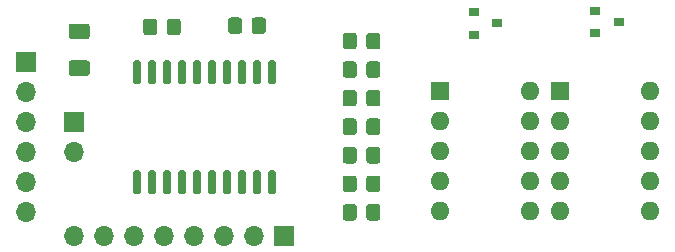
<source format=gbr>
%TF.GenerationSoftware,KiCad,Pcbnew,5.1.9-73d0e3b20d~88~ubuntu20.04.1*%
%TF.CreationDate,2021-03-07T16:38:01-05:00*%
%TF.ProjectId,hexdisplay8,68657864-6973-4706-9c61-79382e6b6963,rev?*%
%TF.SameCoordinates,Original*%
%TF.FileFunction,Soldermask,Top*%
%TF.FilePolarity,Negative*%
%FSLAX46Y46*%
G04 Gerber Fmt 4.6, Leading zero omitted, Abs format (unit mm)*
G04 Created by KiCad (PCBNEW 5.1.9-73d0e3b20d~88~ubuntu20.04.1) date 2021-03-07 16:38:01*
%MOMM*%
%LPD*%
G01*
G04 APERTURE LIST*
%ADD10O,1.600000X1.600000*%
%ADD11R,1.600000X1.600000*%
%ADD12R,1.700000X1.700000*%
%ADD13O,1.700000X1.700000*%
%ADD14R,0.900000X0.800000*%
G04 APERTURE END LIST*
%TO.C,C1*%
G36*
G01*
X143350001Y-106462500D02*
X142049999Y-106462500D01*
G75*
G02*
X141800000Y-106212501I0J249999D01*
G01*
X141800000Y-105387499D01*
G75*
G02*
X142049999Y-105137500I249999J0D01*
G01*
X143350001Y-105137500D01*
G75*
G02*
X143600000Y-105387499I0J-249999D01*
G01*
X143600000Y-106212501D01*
G75*
G02*
X143350001Y-106462500I-249999J0D01*
G01*
G37*
G36*
G01*
X143350001Y-103337500D02*
X142049999Y-103337500D01*
G75*
G02*
X141800000Y-103087501I0J249999D01*
G01*
X141800000Y-102262499D01*
G75*
G02*
X142049999Y-102012500I249999J0D01*
G01*
X143350001Y-102012500D01*
G75*
G02*
X143600000Y-102262499I0J-249999D01*
G01*
X143600000Y-103087501D01*
G75*
G02*
X143350001Y-103337500I-249999J0D01*
G01*
G37*
%TD*%
D10*
%TO.C,J1*%
X180820000Y-107700000D03*
X173200000Y-117860000D03*
X180820000Y-110240000D03*
X173200000Y-115320000D03*
X180820000Y-112780000D03*
X173200000Y-112780000D03*
X180820000Y-115320000D03*
X173200000Y-110240000D03*
X180820000Y-117860000D03*
D11*
X173200000Y-107700000D03*
%TD*%
%TO.C,J2*%
X183360000Y-107700000D03*
D10*
X190980000Y-117860000D03*
X183360000Y-110240000D03*
X190980000Y-115320000D03*
X183360000Y-112780000D03*
X190980000Y-112780000D03*
X183360000Y-115320000D03*
X190980000Y-110240000D03*
X183360000Y-117860000D03*
X190980000Y-107700000D03*
%TD*%
D12*
%TO.C,J3*%
X142220000Y-110360000D03*
D13*
X142220000Y-112900000D03*
%TD*%
D12*
%TO.C,J4*%
X160000000Y-120000000D03*
D13*
X157460000Y-120000000D03*
X154920000Y-120000000D03*
X152380000Y-120000000D03*
X149840000Y-120000000D03*
X147300000Y-120000000D03*
X144760000Y-120000000D03*
X142220000Y-120000000D03*
%TD*%
D12*
%TO.C,J5*%
X138200000Y-105280000D03*
D13*
X138200000Y-107820000D03*
X138200000Y-110360000D03*
X138200000Y-112900000D03*
X138200000Y-115440000D03*
X138200000Y-117980000D03*
%TD*%
D14*
%TO.C,Q1*%
X186400000Y-100950000D03*
X186400000Y-102850000D03*
X188400000Y-101900000D03*
%TD*%
%TO.C,Q2*%
X178100000Y-102000000D03*
X176100000Y-102950000D03*
X176100000Y-101050000D03*
%TD*%
%TO.C,R1*%
G36*
G01*
X168200000Y-103049999D02*
X168200000Y-103950001D01*
G75*
G02*
X167950001Y-104200000I-249999J0D01*
G01*
X167249999Y-104200000D01*
G75*
G02*
X167000000Y-103950001I0J249999D01*
G01*
X167000000Y-103049999D01*
G75*
G02*
X167249999Y-102800000I249999J0D01*
G01*
X167950001Y-102800000D01*
G75*
G02*
X168200000Y-103049999I0J-249999D01*
G01*
G37*
G36*
G01*
X166200000Y-103049999D02*
X166200000Y-103950001D01*
G75*
G02*
X165950001Y-104200000I-249999J0D01*
G01*
X165249999Y-104200000D01*
G75*
G02*
X165000000Y-103950001I0J249999D01*
G01*
X165000000Y-103049999D01*
G75*
G02*
X165249999Y-102800000I249999J0D01*
G01*
X165950001Y-102800000D01*
G75*
G02*
X166200000Y-103049999I0J-249999D01*
G01*
G37*
%TD*%
%TO.C,R2*%
G36*
G01*
X166200000Y-105466665D02*
X166200000Y-106366667D01*
G75*
G02*
X165950001Y-106616666I-249999J0D01*
G01*
X165249999Y-106616666D01*
G75*
G02*
X165000000Y-106366667I0J249999D01*
G01*
X165000000Y-105466665D01*
G75*
G02*
X165249999Y-105216666I249999J0D01*
G01*
X165950001Y-105216666D01*
G75*
G02*
X166200000Y-105466665I0J-249999D01*
G01*
G37*
G36*
G01*
X168200000Y-105466665D02*
X168200000Y-106366667D01*
G75*
G02*
X167950001Y-106616666I-249999J0D01*
G01*
X167249999Y-106616666D01*
G75*
G02*
X167000000Y-106366667I0J249999D01*
G01*
X167000000Y-105466665D01*
G75*
G02*
X167249999Y-105216666I249999J0D01*
G01*
X167950001Y-105216666D01*
G75*
G02*
X168200000Y-105466665I0J-249999D01*
G01*
G37*
%TD*%
%TO.C,R3*%
G36*
G01*
X168200000Y-107883331D02*
X168200000Y-108783333D01*
G75*
G02*
X167950001Y-109033332I-249999J0D01*
G01*
X167249999Y-109033332D01*
G75*
G02*
X167000000Y-108783333I0J249999D01*
G01*
X167000000Y-107883331D01*
G75*
G02*
X167249999Y-107633332I249999J0D01*
G01*
X167950001Y-107633332D01*
G75*
G02*
X168200000Y-107883331I0J-249999D01*
G01*
G37*
G36*
G01*
X166200000Y-107883331D02*
X166200000Y-108783333D01*
G75*
G02*
X165950001Y-109033332I-249999J0D01*
G01*
X165249999Y-109033332D01*
G75*
G02*
X165000000Y-108783333I0J249999D01*
G01*
X165000000Y-107883331D01*
G75*
G02*
X165249999Y-107633332I249999J0D01*
G01*
X165950001Y-107633332D01*
G75*
G02*
X166200000Y-107883331I0J-249999D01*
G01*
G37*
%TD*%
%TO.C,R4*%
G36*
G01*
X166200000Y-110299997D02*
X166200000Y-111199999D01*
G75*
G02*
X165950001Y-111449998I-249999J0D01*
G01*
X165249999Y-111449998D01*
G75*
G02*
X165000000Y-111199999I0J249999D01*
G01*
X165000000Y-110299997D01*
G75*
G02*
X165249999Y-110049998I249999J0D01*
G01*
X165950001Y-110049998D01*
G75*
G02*
X166200000Y-110299997I0J-249999D01*
G01*
G37*
G36*
G01*
X168200000Y-110299997D02*
X168200000Y-111199999D01*
G75*
G02*
X167950001Y-111449998I-249999J0D01*
G01*
X167249999Y-111449998D01*
G75*
G02*
X167000000Y-111199999I0J249999D01*
G01*
X167000000Y-110299997D01*
G75*
G02*
X167249999Y-110049998I249999J0D01*
G01*
X167950001Y-110049998D01*
G75*
G02*
X168200000Y-110299997I0J-249999D01*
G01*
G37*
%TD*%
%TO.C,R5*%
G36*
G01*
X168200000Y-112716663D02*
X168200000Y-113616665D01*
G75*
G02*
X167950001Y-113866664I-249999J0D01*
G01*
X167249999Y-113866664D01*
G75*
G02*
X167000000Y-113616665I0J249999D01*
G01*
X167000000Y-112716663D01*
G75*
G02*
X167249999Y-112466664I249999J0D01*
G01*
X167950001Y-112466664D01*
G75*
G02*
X168200000Y-112716663I0J-249999D01*
G01*
G37*
G36*
G01*
X166200000Y-112716663D02*
X166200000Y-113616665D01*
G75*
G02*
X165950001Y-113866664I-249999J0D01*
G01*
X165249999Y-113866664D01*
G75*
G02*
X165000000Y-113616665I0J249999D01*
G01*
X165000000Y-112716663D01*
G75*
G02*
X165249999Y-112466664I249999J0D01*
G01*
X165950001Y-112466664D01*
G75*
G02*
X166200000Y-112716663I0J-249999D01*
G01*
G37*
%TD*%
%TO.C,R6*%
G36*
G01*
X166200000Y-115133329D02*
X166200000Y-116033331D01*
G75*
G02*
X165950001Y-116283330I-249999J0D01*
G01*
X165249999Y-116283330D01*
G75*
G02*
X165000000Y-116033331I0J249999D01*
G01*
X165000000Y-115133329D01*
G75*
G02*
X165249999Y-114883330I249999J0D01*
G01*
X165950001Y-114883330D01*
G75*
G02*
X166200000Y-115133329I0J-249999D01*
G01*
G37*
G36*
G01*
X168200000Y-115133329D02*
X168200000Y-116033331D01*
G75*
G02*
X167950001Y-116283330I-249999J0D01*
G01*
X167249999Y-116283330D01*
G75*
G02*
X167000000Y-116033331I0J249999D01*
G01*
X167000000Y-115133329D01*
G75*
G02*
X167249999Y-114883330I249999J0D01*
G01*
X167950001Y-114883330D01*
G75*
G02*
X168200000Y-115133329I0J-249999D01*
G01*
G37*
%TD*%
%TO.C,R7*%
G36*
G01*
X168200000Y-117549999D02*
X168200000Y-118450001D01*
G75*
G02*
X167950001Y-118700000I-249999J0D01*
G01*
X167249999Y-118700000D01*
G75*
G02*
X167000000Y-118450001I0J249999D01*
G01*
X167000000Y-117549999D01*
G75*
G02*
X167249999Y-117300000I249999J0D01*
G01*
X167950001Y-117300000D01*
G75*
G02*
X168200000Y-117549999I0J-249999D01*
G01*
G37*
G36*
G01*
X166200000Y-117549999D02*
X166200000Y-118450001D01*
G75*
G02*
X165950001Y-118700000I-249999J0D01*
G01*
X165249999Y-118700000D01*
G75*
G02*
X165000000Y-118450001I0J249999D01*
G01*
X165000000Y-117549999D01*
G75*
G02*
X165249999Y-117300000I249999J0D01*
G01*
X165950001Y-117300000D01*
G75*
G02*
X166200000Y-117549999I0J-249999D01*
G01*
G37*
%TD*%
%TO.C,R8*%
G36*
G01*
X149300000Y-101849999D02*
X149300000Y-102750001D01*
G75*
G02*
X149050001Y-103000000I-249999J0D01*
G01*
X148349999Y-103000000D01*
G75*
G02*
X148100000Y-102750001I0J249999D01*
G01*
X148100000Y-101849999D01*
G75*
G02*
X148349999Y-101600000I249999J0D01*
G01*
X149050001Y-101600000D01*
G75*
G02*
X149300000Y-101849999I0J-249999D01*
G01*
G37*
G36*
G01*
X151300000Y-101849999D02*
X151300000Y-102750001D01*
G75*
G02*
X151050001Y-103000000I-249999J0D01*
G01*
X150349999Y-103000000D01*
G75*
G02*
X150100000Y-102750001I0J249999D01*
G01*
X150100000Y-101849999D01*
G75*
G02*
X150349999Y-101600000I249999J0D01*
G01*
X151050001Y-101600000D01*
G75*
G02*
X151300000Y-101849999I0J-249999D01*
G01*
G37*
%TD*%
%TO.C,R9*%
G36*
G01*
X158500000Y-101749999D02*
X158500000Y-102650001D01*
G75*
G02*
X158250001Y-102900000I-249999J0D01*
G01*
X157549999Y-102900000D01*
G75*
G02*
X157300000Y-102650001I0J249999D01*
G01*
X157300000Y-101749999D01*
G75*
G02*
X157549999Y-101500000I249999J0D01*
G01*
X158250001Y-101500000D01*
G75*
G02*
X158500000Y-101749999I0J-249999D01*
G01*
G37*
G36*
G01*
X156500000Y-101749999D02*
X156500000Y-102650001D01*
G75*
G02*
X156250001Y-102900000I-249999J0D01*
G01*
X155549999Y-102900000D01*
G75*
G02*
X155300000Y-102650001I0J249999D01*
G01*
X155300000Y-101749999D01*
G75*
G02*
X155549999Y-101500000I249999J0D01*
G01*
X156250001Y-101500000D01*
G75*
G02*
X156500000Y-101749999I0J-249999D01*
G01*
G37*
%TD*%
%TO.C,U1*%
G36*
G01*
X147735000Y-116475000D02*
X147435000Y-116475000D01*
G75*
G02*
X147285000Y-116325000I0J150000D01*
G01*
X147285000Y-114575000D01*
G75*
G02*
X147435000Y-114425000I150000J0D01*
G01*
X147735000Y-114425000D01*
G75*
G02*
X147885000Y-114575000I0J-150000D01*
G01*
X147885000Y-116325000D01*
G75*
G02*
X147735000Y-116475000I-150000J0D01*
G01*
G37*
G36*
G01*
X149005000Y-116475000D02*
X148705000Y-116475000D01*
G75*
G02*
X148555000Y-116325000I0J150000D01*
G01*
X148555000Y-114575000D01*
G75*
G02*
X148705000Y-114425000I150000J0D01*
G01*
X149005000Y-114425000D01*
G75*
G02*
X149155000Y-114575000I0J-150000D01*
G01*
X149155000Y-116325000D01*
G75*
G02*
X149005000Y-116475000I-150000J0D01*
G01*
G37*
G36*
G01*
X150275000Y-116475000D02*
X149975000Y-116475000D01*
G75*
G02*
X149825000Y-116325000I0J150000D01*
G01*
X149825000Y-114575000D01*
G75*
G02*
X149975000Y-114425000I150000J0D01*
G01*
X150275000Y-114425000D01*
G75*
G02*
X150425000Y-114575000I0J-150000D01*
G01*
X150425000Y-116325000D01*
G75*
G02*
X150275000Y-116475000I-150000J0D01*
G01*
G37*
G36*
G01*
X151545000Y-116475000D02*
X151245000Y-116475000D01*
G75*
G02*
X151095000Y-116325000I0J150000D01*
G01*
X151095000Y-114575000D01*
G75*
G02*
X151245000Y-114425000I150000J0D01*
G01*
X151545000Y-114425000D01*
G75*
G02*
X151695000Y-114575000I0J-150000D01*
G01*
X151695000Y-116325000D01*
G75*
G02*
X151545000Y-116475000I-150000J0D01*
G01*
G37*
G36*
G01*
X152815000Y-116475000D02*
X152515000Y-116475000D01*
G75*
G02*
X152365000Y-116325000I0J150000D01*
G01*
X152365000Y-114575000D01*
G75*
G02*
X152515000Y-114425000I150000J0D01*
G01*
X152815000Y-114425000D01*
G75*
G02*
X152965000Y-114575000I0J-150000D01*
G01*
X152965000Y-116325000D01*
G75*
G02*
X152815000Y-116475000I-150000J0D01*
G01*
G37*
G36*
G01*
X154085000Y-116475000D02*
X153785000Y-116475000D01*
G75*
G02*
X153635000Y-116325000I0J150000D01*
G01*
X153635000Y-114575000D01*
G75*
G02*
X153785000Y-114425000I150000J0D01*
G01*
X154085000Y-114425000D01*
G75*
G02*
X154235000Y-114575000I0J-150000D01*
G01*
X154235000Y-116325000D01*
G75*
G02*
X154085000Y-116475000I-150000J0D01*
G01*
G37*
G36*
G01*
X155355000Y-116475000D02*
X155055000Y-116475000D01*
G75*
G02*
X154905000Y-116325000I0J150000D01*
G01*
X154905000Y-114575000D01*
G75*
G02*
X155055000Y-114425000I150000J0D01*
G01*
X155355000Y-114425000D01*
G75*
G02*
X155505000Y-114575000I0J-150000D01*
G01*
X155505000Y-116325000D01*
G75*
G02*
X155355000Y-116475000I-150000J0D01*
G01*
G37*
G36*
G01*
X156625000Y-116475000D02*
X156325000Y-116475000D01*
G75*
G02*
X156175000Y-116325000I0J150000D01*
G01*
X156175000Y-114575000D01*
G75*
G02*
X156325000Y-114425000I150000J0D01*
G01*
X156625000Y-114425000D01*
G75*
G02*
X156775000Y-114575000I0J-150000D01*
G01*
X156775000Y-116325000D01*
G75*
G02*
X156625000Y-116475000I-150000J0D01*
G01*
G37*
G36*
G01*
X157895000Y-116475000D02*
X157595000Y-116475000D01*
G75*
G02*
X157445000Y-116325000I0J150000D01*
G01*
X157445000Y-114575000D01*
G75*
G02*
X157595000Y-114425000I150000J0D01*
G01*
X157895000Y-114425000D01*
G75*
G02*
X158045000Y-114575000I0J-150000D01*
G01*
X158045000Y-116325000D01*
G75*
G02*
X157895000Y-116475000I-150000J0D01*
G01*
G37*
G36*
G01*
X159165000Y-116475000D02*
X158865000Y-116475000D01*
G75*
G02*
X158715000Y-116325000I0J150000D01*
G01*
X158715000Y-114575000D01*
G75*
G02*
X158865000Y-114425000I150000J0D01*
G01*
X159165000Y-114425000D01*
G75*
G02*
X159315000Y-114575000I0J-150000D01*
G01*
X159315000Y-116325000D01*
G75*
G02*
X159165000Y-116475000I-150000J0D01*
G01*
G37*
G36*
G01*
X159165000Y-107175000D02*
X158865000Y-107175000D01*
G75*
G02*
X158715000Y-107025000I0J150000D01*
G01*
X158715000Y-105275000D01*
G75*
G02*
X158865000Y-105125000I150000J0D01*
G01*
X159165000Y-105125000D01*
G75*
G02*
X159315000Y-105275000I0J-150000D01*
G01*
X159315000Y-107025000D01*
G75*
G02*
X159165000Y-107175000I-150000J0D01*
G01*
G37*
G36*
G01*
X157895000Y-107175000D02*
X157595000Y-107175000D01*
G75*
G02*
X157445000Y-107025000I0J150000D01*
G01*
X157445000Y-105275000D01*
G75*
G02*
X157595000Y-105125000I150000J0D01*
G01*
X157895000Y-105125000D01*
G75*
G02*
X158045000Y-105275000I0J-150000D01*
G01*
X158045000Y-107025000D01*
G75*
G02*
X157895000Y-107175000I-150000J0D01*
G01*
G37*
G36*
G01*
X156625000Y-107175000D02*
X156325000Y-107175000D01*
G75*
G02*
X156175000Y-107025000I0J150000D01*
G01*
X156175000Y-105275000D01*
G75*
G02*
X156325000Y-105125000I150000J0D01*
G01*
X156625000Y-105125000D01*
G75*
G02*
X156775000Y-105275000I0J-150000D01*
G01*
X156775000Y-107025000D01*
G75*
G02*
X156625000Y-107175000I-150000J0D01*
G01*
G37*
G36*
G01*
X155355000Y-107175000D02*
X155055000Y-107175000D01*
G75*
G02*
X154905000Y-107025000I0J150000D01*
G01*
X154905000Y-105275000D01*
G75*
G02*
X155055000Y-105125000I150000J0D01*
G01*
X155355000Y-105125000D01*
G75*
G02*
X155505000Y-105275000I0J-150000D01*
G01*
X155505000Y-107025000D01*
G75*
G02*
X155355000Y-107175000I-150000J0D01*
G01*
G37*
G36*
G01*
X154085000Y-107175000D02*
X153785000Y-107175000D01*
G75*
G02*
X153635000Y-107025000I0J150000D01*
G01*
X153635000Y-105275000D01*
G75*
G02*
X153785000Y-105125000I150000J0D01*
G01*
X154085000Y-105125000D01*
G75*
G02*
X154235000Y-105275000I0J-150000D01*
G01*
X154235000Y-107025000D01*
G75*
G02*
X154085000Y-107175000I-150000J0D01*
G01*
G37*
G36*
G01*
X152815000Y-107175000D02*
X152515000Y-107175000D01*
G75*
G02*
X152365000Y-107025000I0J150000D01*
G01*
X152365000Y-105275000D01*
G75*
G02*
X152515000Y-105125000I150000J0D01*
G01*
X152815000Y-105125000D01*
G75*
G02*
X152965000Y-105275000I0J-150000D01*
G01*
X152965000Y-107025000D01*
G75*
G02*
X152815000Y-107175000I-150000J0D01*
G01*
G37*
G36*
G01*
X151545000Y-107175000D02*
X151245000Y-107175000D01*
G75*
G02*
X151095000Y-107025000I0J150000D01*
G01*
X151095000Y-105275000D01*
G75*
G02*
X151245000Y-105125000I150000J0D01*
G01*
X151545000Y-105125000D01*
G75*
G02*
X151695000Y-105275000I0J-150000D01*
G01*
X151695000Y-107025000D01*
G75*
G02*
X151545000Y-107175000I-150000J0D01*
G01*
G37*
G36*
G01*
X150275000Y-107175000D02*
X149975000Y-107175000D01*
G75*
G02*
X149825000Y-107025000I0J150000D01*
G01*
X149825000Y-105275000D01*
G75*
G02*
X149975000Y-105125000I150000J0D01*
G01*
X150275000Y-105125000D01*
G75*
G02*
X150425000Y-105275000I0J-150000D01*
G01*
X150425000Y-107025000D01*
G75*
G02*
X150275000Y-107175000I-150000J0D01*
G01*
G37*
G36*
G01*
X149005000Y-107175000D02*
X148705000Y-107175000D01*
G75*
G02*
X148555000Y-107025000I0J150000D01*
G01*
X148555000Y-105275000D01*
G75*
G02*
X148705000Y-105125000I150000J0D01*
G01*
X149005000Y-105125000D01*
G75*
G02*
X149155000Y-105275000I0J-150000D01*
G01*
X149155000Y-107025000D01*
G75*
G02*
X149005000Y-107175000I-150000J0D01*
G01*
G37*
G36*
G01*
X147735000Y-107175000D02*
X147435000Y-107175000D01*
G75*
G02*
X147285000Y-107025000I0J150000D01*
G01*
X147285000Y-105275000D01*
G75*
G02*
X147435000Y-105125000I150000J0D01*
G01*
X147735000Y-105125000D01*
G75*
G02*
X147885000Y-105275000I0J-150000D01*
G01*
X147885000Y-107025000D01*
G75*
G02*
X147735000Y-107175000I-150000J0D01*
G01*
G37*
%TD*%
M02*

</source>
